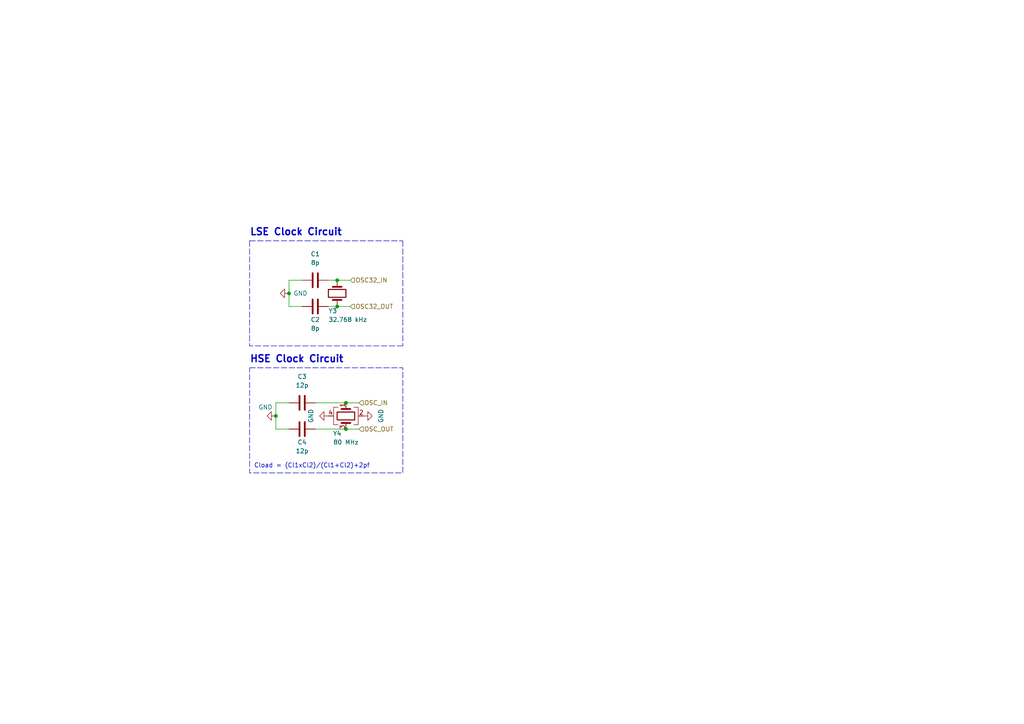
<source format=kicad_sch>
(kicad_sch (version 20231120) (generator "eeschema") (generator_version "8.0")
  (paper "A4")
  (lib_symbols
    (symbol "Device:C" (pin_numbers hide) (pin_names (offset 0.254))
      (property "Reference" "C" (at 0.635 2.54 0))
      (property "Value" "C" (at 0.635 -2.54 0))
      (symbol "C_0_1"
        (polyline (pts (xy -2.032 -0.762) (xy 2.032 -0.762)) (stroke (width 0.508)))
        (polyline (pts (xy -2.032 0.762) (xy 2.032 0.762)) (stroke (width 0.508)))
      )
      (symbol "C_1_1"
        (pin passive line (at 0 3.81 270) (length 2.794) (name "~") (number "1"))
        (pin passive line (at 0 -3.81 90) (length 2.794) (name "~") (number "2"))
      )
    )
    (symbol "Device:Crystal" (pin_numbers hide) (pin_names (offset 1.016) hide)
      (property "Reference" "Y" (at 0 3.81 0))
      (property "Value" "Crystal" (at 0 -3.81 0))
      (symbol "Crystal_0_1"
        (rectangle (start -1.143 2.54) (end 1.143 -2.54) (stroke (width 0.3048)))
        (polyline (pts (xy -2.54 0) (xy -1.905 0)))
        (polyline (pts (xy -1.905 -1.27) (xy -1.905 1.27)) (stroke (width 0.508)))
        (polyline (pts (xy 1.905 -1.27) (xy 1.905 1.27)) (stroke (width 0.508)))
        (polyline (pts (xy 2.54 0) (xy 1.905 0)))
      )
      (symbol "Crystal_1_1"
        (pin passive line (at -3.81 0 0) (length 1.27) (name "1") (number "1"))
        (pin passive line (at 3.81 0 180) (length 1.27) (name "2") (number "2"))
      )
    )
    (symbol "Device:Crystal_GND24" (pin_names (offset 1.016) hide)
      (property "Reference" "Y" (at 3.175 5.08 0))
      (property "Value" "Crystal_GND24" (at 3.175 3.175 0))
      (symbol "Crystal_GND24_0_1"
        (rectangle (start -1.143 2.54) (end 1.143 -2.54) (stroke (width 0.3048)))
        (polyline (pts (xy -2.54 0) (xy -2.032 0)))
        (polyline (pts (xy -2.032 -1.27) (xy -2.032 1.27)) (stroke (width 0.508)))
        (polyline (pts (xy 0 -3.81) (xy 0 -3.556)))
        (polyline (pts (xy 0 3.556) (xy 0 3.81)))
        (polyline (pts (xy 2.032 -1.27) (xy 2.032 1.27)) (stroke (width 0.508)))
        (polyline (pts (xy 2.032 0) (xy 2.54 0)))
        (polyline (pts (xy -2.54 -2.286) (xy -2.54 -3.556) (xy 2.54 -3.556) (xy 2.54 -2.286)))
        (polyline (pts (xy -2.54 2.286) (xy -2.54 3.556) (xy 2.54 3.556) (xy 2.54 2.286)))
      )
      (symbol "Crystal_GND24_1_1"
        (pin passive line (at -3.81 0 0) (length 1.27) (name "1") (number "1"))
        (pin passive line (at 0 5.08 270) (length 1.27) (name "2") (number "2"))
        (pin passive line (at 3.81 0 180) (length 1.27) (name "3") (number "3"))
        (pin passive line (at 0 -5.08 90) (length 1.27) (name "4") (number "4"))
      )
    )
    (symbol "power:GND" (power) (pin_names (offset 0))
      (property "Value" "GND" (at 0 -3.81 0))
      (symbol "GND_0_1"
        (polyline (pts (xy 0 0) (xy 0 -1.27) (xy 1.27 -1.27) (xy 0 -2.54) (xy -1.27 -1.27) (xy 0 -1.27)))
      )
      (symbol "GND_1_1"
        (pin power_in line (at 0 0 270) (length 0) hide (name "GND") (number "1"))
      )
    )
  )
  (junction (at 100.33 124.46))
  (junction (at 97.79 88.9))
  (junction (at 83.82 85.09))
  (junction (at 100.33 116.84))
  (junction (at 97.79 81.28))
  (junction (at 80.01 120.65))
  (wire (pts (xy 91.44 124.46) (xy 100.33 124.46)))
  (wire (pts (xy 80.01 124.46) (xy 83.82 124.46)))
  (polyline (pts (xy 116.84 100.33) (xy 72.39 100.33)) (stroke (width 0) (type dash)))
  (wire (pts (xy 80.01 116.84) (xy 80.01 120.65)))
  (wire (pts (xy 83.82 85.09) (xy 83.82 88.9)))
  (wire (pts (xy 83.82 81.28) (xy 87.63 81.28)))
  (wire (pts (xy 80.01 116.84) (xy 83.82 116.84)))
  (wire (pts (xy 100.33 116.84) (xy 104.14 116.84)))
  (wire (pts (xy 83.82 88.9) (xy 87.63 88.9)))
  (wire (pts (xy 80.01 120.65) (xy 80.01 124.46)))
  (wire (pts (xy 97.79 88.9) (xy 101.6 88.9)))
  (polyline (pts (xy 72.39 69.85) (xy 116.84 69.85)) (stroke (width 0) (type dash)))
  (wire (pts (xy 91.44 116.84) (xy 100.33 116.84)))
  (polyline (pts (xy 72.39 69.85) (xy 72.39 100.33)) (stroke (width 0) (type dash)))
  (wire (pts (xy 95.25 88.9) (xy 97.79 88.9)))
  (wire (pts (xy 97.79 81.28) (xy 101.6 81.28)))
  (polyline (pts (xy 116.84 69.85) (xy 116.84 100.33)) (stroke (width 0) (type dash)))
  (wire (pts (xy 95.25 81.28) (xy 97.79 81.28)))
  (wire (pts (xy 100.33 124.46) (xy 104.14 124.46)))
  (wire (pts (xy 83.82 81.28) (xy 83.82 85.09)))
  (rectangle (start 72.39 106.68) (end 116.84 137.16) (stroke (width 0) (type dash)))
  (text "Cload = (Cl1xCl2)/(Cl1+Cl2)+2pf" (at 73.66 135.89 0) (effects (font (size 1.27 1.27)) (justify left bottom)))
  (text "LSE Clock Circuit" (at 72.39 68.58 0) (effects (font (size 2 2) (bold yes)) (justify left bottom)))
  (text "HSE Clock Circuit" (at 72.39 105.41 0) (effects (font (size 2 2) (thickness 0.4) (bold yes)) (justify left bottom)))
  (hierarchical_label "OSC_IN" (shape input) (at 104.14 116.84 0))
  (hierarchical_label "OSC32_IN" (shape input) (at 101.6 81.28 0))
  (hierarchical_label "OSC_OUT" (shape input) (at 104.14 124.46 0))
  (hierarchical_label "OSC32_OUT" (shape input) (at 101.6 88.9 0))
  (symbol (lib_id "Device:Crystal") (at 97.79 85.09 270) (unit 1)
    (property "Reference" "Y3" (at 95.25 90.17 90) (effects (justify left)))
    (property "Value" "32.768 kHz" (at 95.25 92.71 90) (effects (justify left)))
    (property "Footprint" "Skripsie:Crystal_SMD_EuroQuartz_EQ161-2Pin_3.2x1.5mm" (effects (hide yes)))
    (property "JLCPCB #" "C2449839" (effects (hide yes)))
  )
  (symbol (lib_id "Device:C") (at 91.44 88.9 90) (unit 1)
    (property "Reference" "C2" (at 91.44 92.71 90))
    (property "Value" "8p" (at 91.44 95.25 90))
    (property "Footprint" "Capacitor_SMD:C_0603_1608Metric" (effects (hide yes)))
    (property "JLCPCB #" "C701199" (effects (hide yes)))
  )
  (symbol (lib_id "Device:Crystal_GND24") (at 100.33 120.65 270) (unit 1)
    (property "Reference" "Y4" (at 97.79 125.73 90))
    (property "Value" "80 MHz" (at 100.33 128.27 90))
    (property "Footprint" "Skripsie:Crystal_SMD_EuroQuartz_X22-4Pin_2.5x2.0mm" (effects (hide yes)))
    (property "JLCPCB #" "C2451101" (effects (hide yes)))
  )
  (symbol (lib_id "power:GND") (at 105.41 120.65 90) (unit 1)
    (property "Reference" "#PWR026" (effects (hide yes)))
    (property "Value" "GND" (at 110.49 120.65 0))
  )
  (symbol (lib_id "power:GND") (at 83.82 85.09 270) (unit 1)
    (property "Reference" "#PWR01" (effects (hide yes)))
    (property "Value" "GND" (at 85.09 85.09 90) (effects (justify left)))
  )
  (symbol (lib_id "power:GND") (at 95.25 120.65 270) (unit 1)
    (property "Reference" "#PWR025" (effects (hide yes)))
    (property "Value" "GND" (at 90.17 120.65 0))
  )
  (symbol (lib_id "Device:C") (at 91.44 81.28 90) (unit 1)
    (property "Reference" "C1" (at 91.44 73.66 90))
    (property "Value" "8p" (at 91.44 76.2 90))
    (property "Footprint" "Capacitor_SMD:C_0603_1608Metric" (effects (hide yes)))
    (property "JLCPCB #" "C701199" (effects (hide yes)))
  )
  (symbol (lib_id "power:GND") (at 80.01 120.65 270) (unit 1)
    (property "Reference" "#PWR02" (effects (hide yes)))
    (property "Value" "GND" (at 74.93 118.11 90) (effects (justify left)))
  )
  (symbol (lib_id "Device:C") (at 87.63 124.46 90) (unit 1)
    (property "Reference" "C4" (at 87.63 128.27 90))
    (property "Value" "12p" (at 87.63 130.81 90))
    (property "Footprint" "Capacitor_SMD:C_0603_1608Metric" (effects (hide yes)))
    (property "JLCPCB #" "C782159" (effects (hide yes)))
  )
  (symbol (lib_id "Device:C") (at 87.63 116.84 90) (unit 1)
    (property "Reference" "C3" (at 87.63 109.22 90))
    (property "Value" "12p" (at 87.63 111.76 90))
    (property "Footprint" "Capacitor_SMD:C_0603_1608Metric" (effects (hide yes)))
    (property "JLCPCB #" "C782159" (effects (hide yes)))
  )
)
</source>
